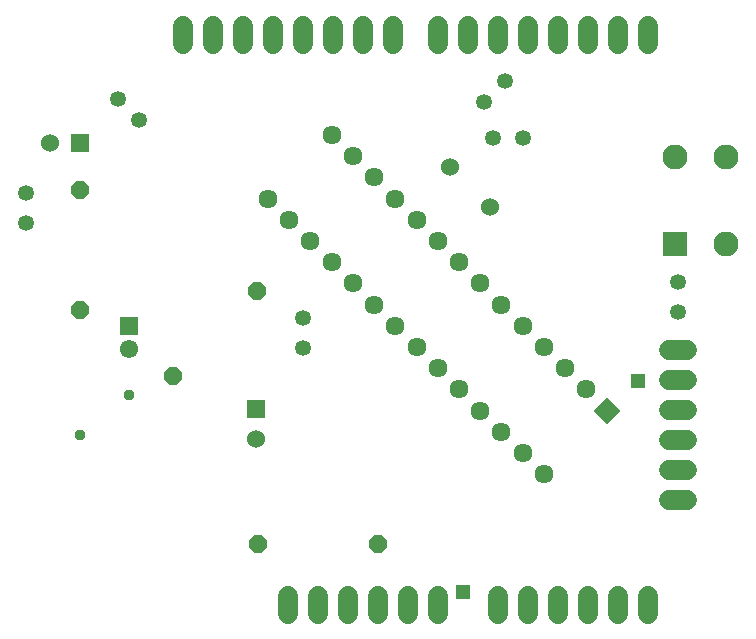
<source format=gbr>
G04 EAGLE Gerber X2 export*
%TF.Part,Single*%
%TF.FileFunction,Soldermask,Top,1*%
%TF.FilePolarity,Negative*%
%TF.GenerationSoftware,Autodesk,EAGLE,9.0.0*%
%TF.CreationDate,2018-06-20T12:24:51Z*%
G75*
%MOMM*%
%FSLAX34Y34*%
%LPD*%
%AMOC8*
5,1,8,0,0,1.08239X$1,22.5*%
G01*
%ADD10C,1.346200*%
%ADD11R,1.553200X1.553200*%
%ADD12C,1.553200*%
%ADD13R,1.524000X1.524000*%
%ADD14C,1.524000*%
%ADD15C,1.727200*%
%ADD16P,1.649562X8X22.500000*%
%ADD17P,1.649562X8X67.500000*%
%ADD18P,1.649562X8X112.500000*%
%ADD19R,1.611200X1.611200*%
%ADD20C,1.611200*%
%ADD21R,2.108200X2.108200*%
%ADD22C,2.108200*%
%ADD23C,0.959600*%
%ADD24R,1.209600X1.209600*%


D10*
X444251Y488445D03*
X426290Y470485D03*
X433657Y440321D03*
X459057Y440321D03*
X38463Y393591D03*
X38729Y368192D03*
X134336Y455045D03*
X116376Y473005D03*
D11*
X125384Y281192D03*
D12*
X125384Y261192D03*
D13*
X233400Y210347D03*
D14*
X233400Y184947D03*
D13*
X84505Y435645D03*
D14*
X59105Y435645D03*
D15*
X582686Y260825D02*
X597926Y260825D01*
X597926Y235425D02*
X582686Y235425D01*
X582686Y210025D02*
X597926Y210025D01*
X597926Y184625D02*
X582686Y184625D01*
X582686Y159225D02*
X597926Y159225D01*
X597926Y133825D02*
X582686Y133825D01*
X260106Y52545D02*
X260106Y37305D01*
X285506Y37305D02*
X285506Y52545D01*
X310906Y52545D02*
X310906Y37305D01*
X336306Y37305D02*
X336306Y52545D01*
X361706Y52545D02*
X361706Y37305D01*
X387106Y37305D02*
X387106Y52545D01*
X171206Y519905D02*
X171206Y535145D01*
X196606Y535145D02*
X196606Y519905D01*
X222006Y519905D02*
X222006Y535145D01*
X247406Y535145D02*
X247406Y519905D01*
X272806Y519905D02*
X272806Y535145D01*
X298206Y535145D02*
X298206Y519905D01*
X323606Y519905D02*
X323606Y535145D01*
X349006Y535145D02*
X349006Y519905D01*
X564906Y519905D02*
X564906Y535145D01*
X539506Y535145D02*
X539506Y519905D01*
X514106Y519905D02*
X514106Y535145D01*
X488706Y535145D02*
X488706Y519905D01*
X463306Y519905D02*
X463306Y535145D01*
X437906Y535145D02*
X437906Y519905D01*
X412506Y519905D02*
X412506Y535145D01*
X387106Y535145D02*
X387106Y519905D01*
X437906Y52545D02*
X437906Y37305D01*
X463306Y37305D02*
X463306Y52545D01*
X488706Y52545D02*
X488706Y37305D01*
X514106Y37305D02*
X514106Y52545D01*
X539506Y52545D02*
X539506Y37305D01*
X564906Y37305D02*
X564906Y52545D01*
D16*
X235106Y96095D03*
X336706Y96095D03*
D17*
X162543Y238565D03*
X234385Y310407D03*
D18*
X84511Y294164D03*
X84511Y395764D03*
D19*
G36*
X530790Y220514D02*
X542182Y209122D01*
X530790Y197730D01*
X519398Y209122D01*
X530790Y220514D01*
G37*
D20*
X512830Y227083D03*
X494869Y245043D03*
X476909Y263004D03*
X458948Y280964D03*
X440988Y298925D03*
X423027Y316885D03*
X405067Y334846D03*
X369146Y370767D03*
X351185Y388727D03*
X333225Y406688D03*
X315264Y424648D03*
X297304Y442609D03*
X243422Y388727D03*
X261383Y370767D03*
X387106Y352806D03*
X279343Y352806D03*
X297304Y334846D03*
X315264Y316885D03*
X333225Y298925D03*
X351185Y280964D03*
X369146Y263004D03*
X387106Y245043D03*
X405067Y227083D03*
X423027Y209122D03*
X440988Y191162D03*
X458948Y173201D03*
X476909Y155241D03*
D14*
X431438Y381553D03*
X397313Y415678D03*
D21*
X587653Y350329D03*
D22*
X630833Y350329D03*
X630833Y423989D03*
X587653Y423989D03*
D10*
X590242Y318146D03*
X590242Y292746D03*
X273260Y261951D03*
X273260Y287351D03*
D23*
X125384Y222356D03*
X84291Y188259D03*
D24*
X408201Y55456D03*
X556921Y234141D03*
M02*

</source>
